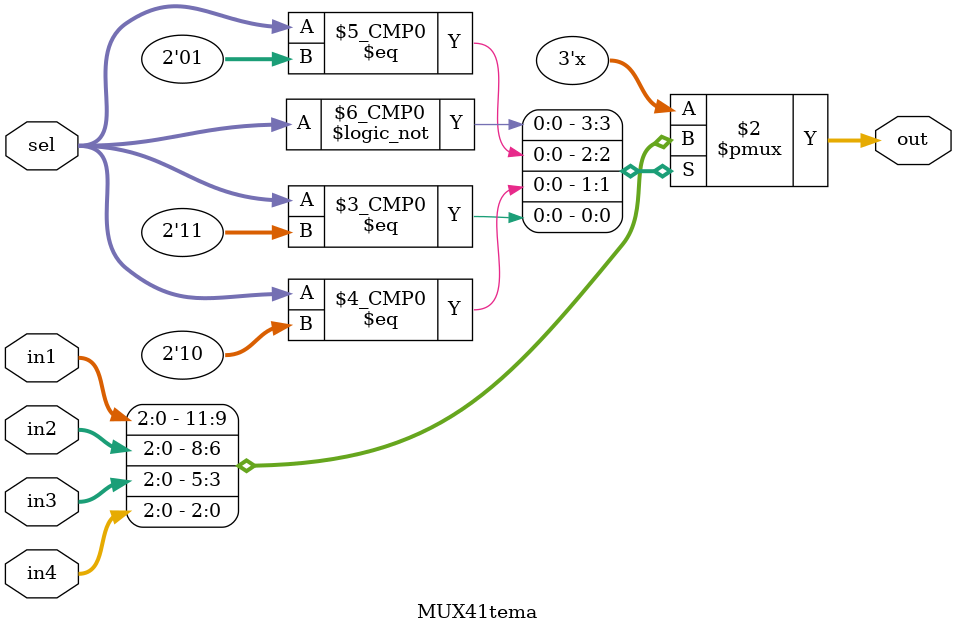
<source format=v>
module MUX41tema (input[2:0] in1, input[2:0] in2, input[2:0] in3, input[2:0] in4, input[1:0] sel, output reg[2:0] out);
	always@(in1 or in2 or in3 or in4 or sel) begin
		case(sel)
			0: begin out = in1; end
			1: begin out = in2; end
			2: begin out = in3; end
			3: begin out = in4; end
			default begin end
		endcase
	end
endmodule
</source>
